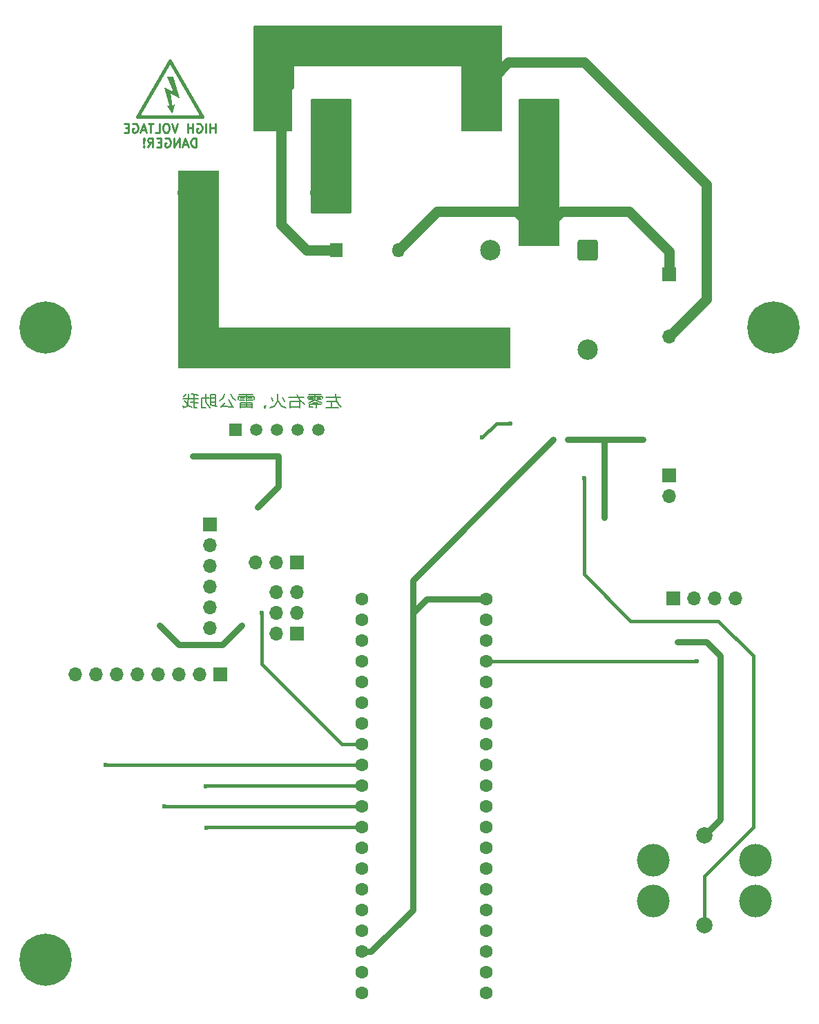
<source format=gbl>
%TF.GenerationSoftware,KiCad,Pcbnew,9.0.0*%
%TF.CreationDate,2025-03-24T10:31:21+08:00*%
%TF.ProjectId,IntelliChargingPile,496e7465-6c6c-4694-9368-617267696e67,rev?*%
%TF.SameCoordinates,Original*%
%TF.FileFunction,Copper,L2,Bot*%
%TF.FilePolarity,Positive*%
%FSLAX46Y46*%
G04 Gerber Fmt 4.6, Leading zero omitted, Abs format (unit mm)*
G04 Created by KiCad (PCBNEW 9.0.0) date 2025-03-24 10:31:21*
%MOMM*%
%LPD*%
G01*
G04 APERTURE LIST*
G04 Aperture macros list*
%AMRoundRect*
0 Rectangle with rounded corners*
0 $1 Rounding radius*
0 $2 $3 $4 $5 $6 $7 $8 $9 X,Y pos of 4 corners*
0 Add a 4 corners polygon primitive as box body*
4,1,4,$2,$3,$4,$5,$6,$7,$8,$9,$2,$3,0*
0 Add four circle primitives for the rounded corners*
1,1,$1+$1,$2,$3*
1,1,$1+$1,$4,$5*
1,1,$1+$1,$6,$7*
1,1,$1+$1,$8,$9*
0 Add four rect primitives between the rounded corners*
20,1,$1+$1,$2,$3,$4,$5,0*
20,1,$1+$1,$4,$5,$6,$7,0*
20,1,$1+$1,$6,$7,$8,$9,0*
20,1,$1+$1,$8,$9,$2,$3,0*%
G04 Aperture macros list end*
%ADD10C,0.192500*%
%TA.AperFunction,NonConductor*%
%ADD11C,0.192500*%
%TD*%
%ADD12C,0.275000*%
%TA.AperFunction,NonConductor*%
%ADD13C,0.275000*%
%TD*%
%TA.AperFunction,EtchedComponent*%
%ADD14C,0.400000*%
%TD*%
%TA.AperFunction,EtchedComponent*%
%ADD15C,0.200000*%
%TD*%
%TA.AperFunction,EtchedComponent*%
%ADD16C,0.381000*%
%TD*%
%TA.AperFunction,EtchedComponent*%
%ADD17C,0.100000*%
%TD*%
%TA.AperFunction,ComponentPad*%
%ADD18C,6.400000*%
%TD*%
%TA.AperFunction,ComponentPad*%
%ADD19C,0.800000*%
%TD*%
%TA.AperFunction,ComponentPad*%
%ADD20R,1.700000X1.700000*%
%TD*%
%TA.AperFunction,ComponentPad*%
%ADD21O,1.700000X1.700000*%
%TD*%
%TA.AperFunction,ComponentPad*%
%ADD22R,1.500000X1.500000*%
%TD*%
%TA.AperFunction,ComponentPad*%
%ADD23C,1.500000*%
%TD*%
%TA.AperFunction,ComponentPad*%
%ADD24O,1.500000X1.778000*%
%TD*%
%TA.AperFunction,ComponentPad*%
%ADD25R,1.500000X1.778000*%
%TD*%
%TA.AperFunction,ComponentPad*%
%ADD26C,5.080000*%
%TD*%
%TA.AperFunction,ComponentPad*%
%ADD27RoundRect,0.250000X0.650000X1.550000X-0.650000X1.550000X-0.650000X-1.550000X0.650000X-1.550000X0*%
%TD*%
%TA.AperFunction,ComponentPad*%
%ADD28O,1.800000X3.600000*%
%TD*%
%TA.AperFunction,ComponentPad*%
%ADD29C,1.600000*%
%TD*%
%TA.AperFunction,ComponentPad*%
%ADD30C,4.000000*%
%TD*%
%TA.AperFunction,ComponentPad*%
%ADD31C,2.000000*%
%TD*%
%TA.AperFunction,ComponentPad*%
%ADD32C,2.500000*%
%TD*%
%TA.AperFunction,ComponentPad*%
%ADD33RoundRect,0.250000X-1.000000X1.000000X-1.000000X-1.000000X1.000000X-1.000000X1.000000X1.000000X0*%
%TD*%
%TA.AperFunction,ViaPad*%
%ADD34C,0.600000*%
%TD*%
%TA.AperFunction,Conductor*%
%ADD35C,0.762000*%
%TD*%
%TA.AperFunction,Conductor*%
%ADD36C,0.381000*%
%TD*%
%TA.AperFunction,Conductor*%
%ADD37C,1.270000*%
%TD*%
G04 APERTURE END LIST*
D10*
D11*
X86179998Y-75033323D02*
X84346664Y-75033323D01*
X85886664Y-76353323D02*
X84346664Y-76353323D01*
X85666664Y-75546656D02*
X84493331Y-75546656D01*
X85079998Y-75546656D02*
X85079998Y-76353323D01*
X85519998Y-74666656D02*
X85666664Y-75473323D01*
X85666664Y-75473323D02*
X85959998Y-75986656D01*
X85959998Y-75986656D02*
X86253331Y-76279990D01*
X83906665Y-74959990D02*
X83906665Y-75179990D01*
X83759998Y-74739990D02*
X82293331Y-74739990D01*
X83759998Y-75326656D02*
X83246665Y-75326656D01*
X83686665Y-75106656D02*
X83246665Y-75106656D01*
X83319998Y-75693323D02*
X82733331Y-75693323D01*
X83173331Y-75913323D02*
X83173331Y-76353323D01*
X83026665Y-75399990D02*
X83833331Y-75766656D01*
X83026665Y-75399990D02*
X82219998Y-75766656D01*
X83026665Y-74739990D02*
X83026665Y-75253323D01*
X82806665Y-75326656D02*
X82293331Y-75326656D01*
X82806665Y-75106656D02*
X82366665Y-75106656D01*
X82733331Y-76279990D02*
X82366665Y-76279990D01*
X83906665Y-74959990D02*
X82146665Y-74959990D01*
X82146665Y-74959990D02*
X82146665Y-75179990D01*
X83759998Y-75913323D02*
X82366665Y-75913323D01*
X82366665Y-75913323D02*
X82366665Y-76206656D01*
X81633332Y-75033323D02*
X79799998Y-75033323D01*
X81193332Y-76279990D02*
X79946665Y-76279990D01*
X81193332Y-75473323D02*
X81193332Y-76353323D01*
X81193332Y-75399990D02*
X81706665Y-75913323D01*
X80826665Y-74739990D02*
X81266665Y-75546656D01*
X81266665Y-75546656D02*
X79946665Y-75546656D01*
X79946665Y-75546656D02*
X79946665Y-76353323D01*
X79066665Y-75033323D02*
X79286665Y-75546656D01*
X77673332Y-75033323D02*
X77893332Y-75473323D01*
X78479999Y-75399990D02*
X78699999Y-75839990D01*
X78699999Y-75839990D02*
X78993332Y-76133323D01*
X78993332Y-76133323D02*
X79433332Y-76353323D01*
X78479999Y-74666656D02*
X78479999Y-75473323D01*
X78479999Y-75473323D02*
X78259999Y-75839990D01*
X78259999Y-75839990D02*
X78039999Y-76133323D01*
X78039999Y-76133323D02*
X77526665Y-76353323D01*
X76866666Y-76133323D02*
X76866666Y-76353323D01*
X76866666Y-76353323D02*
X76939999Y-76426656D01*
X76939999Y-76059990D02*
X76866666Y-76133323D01*
X76866666Y-76133323D02*
X76939999Y-76206656D01*
X76939999Y-76206656D02*
X77013332Y-76133323D01*
X77013332Y-76133323D02*
X76939999Y-76059990D01*
X76939999Y-76059990D02*
X76939999Y-76206656D01*
X75546666Y-74959990D02*
X75546666Y-75326656D01*
X75399999Y-74739990D02*
X73713333Y-74739990D01*
X75399999Y-75399990D02*
X74813333Y-75399990D01*
X75326666Y-76279990D02*
X73859999Y-76279990D01*
X75326666Y-75986656D02*
X73859999Y-75986656D01*
X75326666Y-75693323D02*
X75326666Y-76353323D01*
X75326666Y-75179990D02*
X74813333Y-75179990D01*
X74593333Y-75693323D02*
X74593333Y-76279990D01*
X74593333Y-74739990D02*
X74593333Y-75473323D01*
X74373333Y-75399990D02*
X73786666Y-75399990D01*
X74373333Y-75179990D02*
X73859999Y-75179990D01*
X75546666Y-74959990D02*
X73639999Y-74959990D01*
X73639999Y-74959990D02*
X73639999Y-75326656D01*
X75326666Y-75693323D02*
X73859999Y-75693323D01*
X73859999Y-75693323D02*
X73859999Y-76353323D01*
X73053333Y-76279990D02*
X71660000Y-76133323D01*
X72466666Y-75326656D02*
X72906666Y-76279990D01*
X72026666Y-75766656D02*
X71513333Y-76279990D01*
X72686666Y-74666656D02*
X72833333Y-74959990D01*
X72833333Y-74959990D02*
X72980000Y-75179990D01*
X72980000Y-75179990D02*
X73273333Y-75399990D01*
X71953333Y-74666656D02*
X71880000Y-74959990D01*
X71880000Y-74959990D02*
X71660000Y-75253323D01*
X71660000Y-75253323D02*
X71366666Y-75473323D01*
X71000000Y-76133323D02*
X70193333Y-75986656D01*
X70853333Y-74739990D02*
X70853333Y-76133323D01*
X70853333Y-75619990D02*
X70193333Y-75619990D01*
X70853333Y-75179990D02*
X70193333Y-75179990D01*
X69606667Y-76353323D02*
X69240000Y-76353323D01*
X70853333Y-74739990D02*
X70193333Y-74739990D01*
X70193333Y-74739990D02*
X70193333Y-75986656D01*
X70046667Y-75106656D02*
X69093333Y-75106656D01*
X69093333Y-75106656D02*
X69093333Y-75839990D01*
X69093333Y-75839990D02*
X69166667Y-76353323D01*
X69606667Y-74593323D02*
X69606667Y-75253323D01*
X69606667Y-75253323D02*
X69680000Y-75619990D01*
X69680000Y-75619990D02*
X69900000Y-75986656D01*
X69900000Y-75986656D02*
X70120000Y-76353323D01*
X68726667Y-75253323D02*
X66820000Y-75253323D01*
X68580000Y-76353323D02*
X68213334Y-76353323D01*
X68213334Y-74739990D02*
X68213334Y-76353323D01*
X67846667Y-74666656D02*
X68726667Y-74813323D01*
X67773334Y-75619990D02*
X68726667Y-75766656D01*
X67260000Y-74666656D02*
X66966667Y-74959990D01*
X67040000Y-75473323D02*
X67626667Y-76133323D01*
X67626667Y-76133323D02*
X67920000Y-76206656D01*
X67553334Y-74593323D02*
X67553334Y-75106656D01*
X67553334Y-75106656D02*
X67333334Y-76133323D01*
X67333334Y-76133323D02*
X66893334Y-76353323D01*
X66893334Y-76353323D02*
X66820000Y-76059990D01*
D12*
D13*
X70802380Y-42609111D02*
X70802380Y-41509111D01*
X70802380Y-42032921D02*
X70173808Y-42032921D01*
X70173808Y-42609111D02*
X70173808Y-41509111D01*
X69649999Y-42609111D02*
X69649999Y-41509111D01*
X68549998Y-41561492D02*
X68654760Y-41509111D01*
X68654760Y-41509111D02*
X68811903Y-41509111D01*
X68811903Y-41509111D02*
X68969046Y-41561492D01*
X68969046Y-41561492D02*
X69073808Y-41666254D01*
X69073808Y-41666254D02*
X69126189Y-41771016D01*
X69126189Y-41771016D02*
X69178570Y-41980540D01*
X69178570Y-41980540D02*
X69178570Y-42137683D01*
X69178570Y-42137683D02*
X69126189Y-42347207D01*
X69126189Y-42347207D02*
X69073808Y-42451969D01*
X69073808Y-42451969D02*
X68969046Y-42556731D01*
X68969046Y-42556731D02*
X68811903Y-42609111D01*
X68811903Y-42609111D02*
X68707141Y-42609111D01*
X68707141Y-42609111D02*
X68549998Y-42556731D01*
X68549998Y-42556731D02*
X68497617Y-42504350D01*
X68497617Y-42504350D02*
X68497617Y-42137683D01*
X68497617Y-42137683D02*
X68707141Y-42137683D01*
X68026189Y-42609111D02*
X68026189Y-41509111D01*
X68026189Y-42032921D02*
X67397617Y-42032921D01*
X67397617Y-42609111D02*
X67397617Y-41509111D01*
X66192856Y-41509111D02*
X65826189Y-42609111D01*
X65826189Y-42609111D02*
X65459522Y-41509111D01*
X64883332Y-41509111D02*
X64673808Y-41509111D01*
X64673808Y-41509111D02*
X64569046Y-41561492D01*
X64569046Y-41561492D02*
X64464284Y-41666254D01*
X64464284Y-41666254D02*
X64411903Y-41875778D01*
X64411903Y-41875778D02*
X64411903Y-42242445D01*
X64411903Y-42242445D02*
X64464284Y-42451969D01*
X64464284Y-42451969D02*
X64569046Y-42556731D01*
X64569046Y-42556731D02*
X64673808Y-42609111D01*
X64673808Y-42609111D02*
X64883332Y-42609111D01*
X64883332Y-42609111D02*
X64988094Y-42556731D01*
X64988094Y-42556731D02*
X65092856Y-42451969D01*
X65092856Y-42451969D02*
X65145237Y-42242445D01*
X65145237Y-42242445D02*
X65145237Y-41875778D01*
X65145237Y-41875778D02*
X65092856Y-41666254D01*
X65092856Y-41666254D02*
X64988094Y-41561492D01*
X64988094Y-41561492D02*
X64883332Y-41509111D01*
X63416665Y-42609111D02*
X63940475Y-42609111D01*
X63940475Y-42609111D02*
X63940475Y-41509111D01*
X63207142Y-41509111D02*
X62578570Y-41509111D01*
X62892856Y-42609111D02*
X62892856Y-41509111D01*
X62264285Y-42294826D02*
X61740475Y-42294826D01*
X62369047Y-42609111D02*
X62002380Y-41509111D01*
X62002380Y-41509111D02*
X61635713Y-42609111D01*
X60692856Y-41561492D02*
X60797618Y-41509111D01*
X60797618Y-41509111D02*
X60954761Y-41509111D01*
X60954761Y-41509111D02*
X61111904Y-41561492D01*
X61111904Y-41561492D02*
X61216666Y-41666254D01*
X61216666Y-41666254D02*
X61269047Y-41771016D01*
X61269047Y-41771016D02*
X61321428Y-41980540D01*
X61321428Y-41980540D02*
X61321428Y-42137683D01*
X61321428Y-42137683D02*
X61269047Y-42347207D01*
X61269047Y-42347207D02*
X61216666Y-42451969D01*
X61216666Y-42451969D02*
X61111904Y-42556731D01*
X61111904Y-42556731D02*
X60954761Y-42609111D01*
X60954761Y-42609111D02*
X60849999Y-42609111D01*
X60849999Y-42609111D02*
X60692856Y-42556731D01*
X60692856Y-42556731D02*
X60640475Y-42504350D01*
X60640475Y-42504350D02*
X60640475Y-42137683D01*
X60640475Y-42137683D02*
X60849999Y-42137683D01*
X60169047Y-42032921D02*
X59802380Y-42032921D01*
X59645237Y-42609111D02*
X60169047Y-42609111D01*
X60169047Y-42609111D02*
X60169047Y-41509111D01*
X60169047Y-41509111D02*
X59645237Y-41509111D01*
X68445238Y-44380049D02*
X68445238Y-43280049D01*
X68445238Y-43280049D02*
X68183333Y-43280049D01*
X68183333Y-43280049D02*
X68026190Y-43332430D01*
X68026190Y-43332430D02*
X67921428Y-43437192D01*
X67921428Y-43437192D02*
X67869047Y-43541954D01*
X67869047Y-43541954D02*
X67816666Y-43751478D01*
X67816666Y-43751478D02*
X67816666Y-43908621D01*
X67816666Y-43908621D02*
X67869047Y-44118145D01*
X67869047Y-44118145D02*
X67921428Y-44222907D01*
X67921428Y-44222907D02*
X68026190Y-44327669D01*
X68026190Y-44327669D02*
X68183333Y-44380049D01*
X68183333Y-44380049D02*
X68445238Y-44380049D01*
X67397619Y-44065764D02*
X66873809Y-44065764D01*
X67502381Y-44380049D02*
X67135714Y-43280049D01*
X67135714Y-43280049D02*
X66769047Y-44380049D01*
X66402381Y-44380049D02*
X66402381Y-43280049D01*
X66402381Y-43280049D02*
X65773809Y-44380049D01*
X65773809Y-44380049D02*
X65773809Y-43280049D01*
X64673809Y-43332430D02*
X64778571Y-43280049D01*
X64778571Y-43280049D02*
X64935714Y-43280049D01*
X64935714Y-43280049D02*
X65092857Y-43332430D01*
X65092857Y-43332430D02*
X65197619Y-43437192D01*
X65197619Y-43437192D02*
X65250000Y-43541954D01*
X65250000Y-43541954D02*
X65302381Y-43751478D01*
X65302381Y-43751478D02*
X65302381Y-43908621D01*
X65302381Y-43908621D02*
X65250000Y-44118145D01*
X65250000Y-44118145D02*
X65197619Y-44222907D01*
X65197619Y-44222907D02*
X65092857Y-44327669D01*
X65092857Y-44327669D02*
X64935714Y-44380049D01*
X64935714Y-44380049D02*
X64830952Y-44380049D01*
X64830952Y-44380049D02*
X64673809Y-44327669D01*
X64673809Y-44327669D02*
X64621428Y-44275288D01*
X64621428Y-44275288D02*
X64621428Y-43908621D01*
X64621428Y-43908621D02*
X64830952Y-43908621D01*
X64150000Y-43803859D02*
X63783333Y-43803859D01*
X63626190Y-44380049D02*
X64150000Y-44380049D01*
X64150000Y-44380049D02*
X64150000Y-43280049D01*
X64150000Y-43280049D02*
X63626190Y-43280049D01*
X62526190Y-44380049D02*
X62892857Y-43856240D01*
X63154762Y-44380049D02*
X63154762Y-43280049D01*
X63154762Y-43280049D02*
X62735714Y-43280049D01*
X62735714Y-43280049D02*
X62630952Y-43332430D01*
X62630952Y-43332430D02*
X62578571Y-43384811D01*
X62578571Y-43384811D02*
X62526190Y-43489573D01*
X62526190Y-43489573D02*
X62526190Y-43646716D01*
X62526190Y-43646716D02*
X62578571Y-43751478D01*
X62578571Y-43751478D02*
X62630952Y-43803859D01*
X62630952Y-43803859D02*
X62735714Y-43856240D01*
X62735714Y-43856240D02*
X63154762Y-43856240D01*
X62054762Y-44275288D02*
X62002381Y-44327669D01*
X62002381Y-44327669D02*
X62054762Y-44380049D01*
X62054762Y-44380049D02*
X62107143Y-44327669D01*
X62107143Y-44327669D02*
X62054762Y-44275288D01*
X62054762Y-44275288D02*
X62054762Y-44380049D01*
X62054762Y-43961002D02*
X62107143Y-43332430D01*
X62107143Y-43332430D02*
X62054762Y-43280049D01*
X62054762Y-43280049D02*
X62002381Y-43332430D01*
X62002381Y-43332430D02*
X62054762Y-43961002D01*
X62054762Y-43961002D02*
X62054762Y-43280049D01*
D14*
%TO.C,REF\u002A\u002A*%
X61250000Y-40710000D02*
X69250000Y-40710000D01*
D15*
X61740000Y-40690000D02*
X61473678Y-40280736D01*
D16*
X65250000Y-33790000D02*
X61250000Y-40710000D01*
D15*
X65382899Y-37729099D02*
X65137101Y-37930901D01*
X65400000Y-34210000D02*
X65090000Y-34210000D01*
X65590000Y-39345000D02*
X65080000Y-39435000D01*
X65700000Y-37465000D02*
X65490000Y-37690000D01*
X68760000Y-40690000D02*
X69026322Y-40280736D01*
D16*
X69250000Y-40710000D02*
X65250000Y-33790000D01*
D17*
X66332083Y-38332083D02*
X65211573Y-37735448D01*
X65488062Y-39467146D01*
X65720896Y-39147000D01*
X65502615Y-40194750D01*
X64905979Y-39307073D01*
X65240677Y-39510802D01*
X64585833Y-37124260D01*
X65750000Y-37750000D01*
X64891427Y-35756364D01*
X65604479Y-35756364D01*
X66332083Y-38332083D01*
%TA.AperFunction,EtchedComponent*%
G36*
X66332083Y-38332083D02*
G01*
X65211573Y-37735448D01*
X65488062Y-39467146D01*
X65720896Y-39147000D01*
X65502615Y-40194750D01*
X64905979Y-39307073D01*
X65240677Y-39510802D01*
X64585833Y-37124260D01*
X65750000Y-37750000D01*
X64891427Y-35756364D01*
X65604479Y-35756364D01*
X66332083Y-38332083D01*
G37*
%TD.AperFunction*%
%TD*%
D18*
%TO.P,REF\u002A\u002A,1*%
%TO.N,N/C*%
X139250000Y-66500000D03*
D19*
X136850000Y-66500000D03*
X137552944Y-64802944D03*
X137552944Y-68197056D03*
X139250000Y-64100000D03*
X139250000Y-68900000D03*
X140947056Y-64802944D03*
X140947056Y-68197056D03*
X141650000Y-66500000D03*
%TD*%
D20*
%TO.P,U3,1,SDA*%
%TO.N,/RC_CS*%
X71390000Y-109000000D03*
D21*
%TO.P,U3,2,SCK*%
%TO.N,/RC_SCK*%
X68850000Y-109000000D03*
%TO.P,U3,3,MOSI*%
%TO.N,/RC_MOSI*%
X66310000Y-109000000D03*
%TO.P,U3,4,MISO*%
%TO.N,/RC_MISO*%
X63770000Y-109000000D03*
%TO.P,U3,5,IRQ*%
%TO.N,unconnected-(U3-IRQ-Pad5)*%
X61230000Y-109000000D03*
%TO.P,U3,6,GND*%
%TO.N,GND*%
X58690000Y-109000000D03*
%TO.P,U3,7,RST*%
%TO.N,/RC_RST*%
X56150000Y-109000000D03*
%TO.P,U3,8,3v3*%
%TO.N,3V3*%
X53610000Y-109000000D03*
%TD*%
D18*
%TO.P,REF\u002A\u002A,1*%
%TO.N,N/C*%
X50000000Y-144000000D03*
D19*
X47600000Y-144000000D03*
X48302944Y-142302944D03*
X48302944Y-145697056D03*
X50000000Y-141600000D03*
X50000000Y-146400000D03*
X51697056Y-142302944D03*
X51697056Y-145697056D03*
X52400000Y-144000000D03*
%TD*%
D18*
%TO.P,REF\u002A\u002A,1*%
%TO.N,N/C*%
X50000000Y-66500000D03*
D19*
X47600000Y-66500000D03*
X48302944Y-64802944D03*
X48302944Y-68197056D03*
X50000000Y-64100000D03*
X50000000Y-68900000D03*
X51697056Y-64802944D03*
X51697056Y-68197056D03*
X52400000Y-66500000D03*
%TD*%
D20*
%TO.P,T1,1,AC/L*%
%TO.N,L*%
X126467500Y-60000000D03*
D21*
%TO.P,T1,2,AC/N*%
%TO.N,N*%
X126467500Y-67600000D03*
%TO.P,T1,3,Vout+*%
%TO.N,5V*%
X126467500Y-87200000D03*
D20*
%TO.P,T1,4,Vout-*%
%TO.N,GND*%
X126467500Y-84660000D03*
%TD*%
D22*
%TO.P,U2,1,PF*%
%TO.N,unconnected-(U2-PF-Pad1)*%
X73292700Y-79000000D03*
D23*
%TO.P,U2,2,TX*%
%TO.N,/IM_TX*%
X75832700Y-79000000D03*
%TO.P,U2,3,RX*%
%TO.N,/IM_RX*%
X78372700Y-79000000D03*
%TO.P,U2,4,VCC*%
%TO.N,5V*%
X80912700Y-79000000D03*
%TO.P,U2,5,GND*%
%TO.N,GND*%
X83452700Y-79000000D03*
D24*
%TO.P,U2,6,VL*%
%TO.N,L*%
X93231700Y-57029000D03*
D25*
%TO.P,U2,7,VN*%
%TO.N,N*%
X85611700Y-57029000D03*
D26*
%TO.P,U2,8,YIN*%
%TO.N,/LOAD_IN*%
X68695300Y-49955800D03*
%TO.P,U2,9,YOUT*%
%TO.N,/LOAD_OUT*%
X84952500Y-49955800D03*
%TD*%
D27*
%TO.P,J1,1,Pin_1*%
%TO.N,L*%
X109485000Y-40432500D03*
D28*
%TO.P,J1,2,Pin_2*%
%TO.N,N*%
X104405000Y-40432500D03*
%TD*%
D27*
%TO.P,J2,1,Pin_1*%
%TO.N,/LOAD_OUT*%
X83985000Y-40432500D03*
D28*
%TO.P,J2,2,Pin_2*%
%TO.N,N*%
X78905000Y-40432500D03*
%TD*%
D20*
%TO.P,U5,1,IO_0*%
%TO.N,unconnected-(U5-IO_0-Pad1)*%
X70180000Y-90650000D03*
D21*
%TO.P,U5,2,RST*%
%TO.N,/ESP_RST*%
X70180000Y-93190000D03*
%TO.P,U5,3,RXD*%
%TO.N,/ESP_RX*%
X70180000Y-95730000D03*
%TO.P,U5,4,TXD*%
%TO.N,/ESP_TX*%
X70180000Y-98270000D03*
%TO.P,U5,5,GND*%
%TO.N,GND*%
X70180000Y-100810000D03*
%TO.P,U5,6,VCC*%
%TO.N,5V*%
X70180000Y-103350000D03*
%TD*%
D29*
%TO.P,U1,1,PB12*%
%TO.N,unconnected-(U1-PB12-Pad1)*%
X104000000Y-148060000D03*
%TO.P,U1,2,PB13*%
%TO.N,/KEY4*%
X104000000Y-145520000D03*
%TO.P,U1,3,PB14*%
%TO.N,/KEY3*%
X104000000Y-142980000D03*
%TO.P,U1,4,PB15*%
%TO.N,/KEY2*%
X104000000Y-140440000D03*
%TO.P,U1,5,PA8*%
%TO.N,/KEY1*%
X104000000Y-137900000D03*
%TO.P,U1,6,PA9*%
%TO.N,/IM_RX*%
X104000000Y-135360000D03*
%TO.P,U1,7,PA10*%
%TO.N,/IM_TX*%
X104000000Y-132820000D03*
%TO.P,U1,8,PA11*%
%TO.N,unconnected-(U1-PA11-Pad8)*%
X104000000Y-130280000D03*
%TO.P,U1,9,PA12*%
%TO.N,unconnected-(U1-PA12-Pad9)*%
X104000000Y-127740000D03*
%TO.P,U1,10,PA15*%
%TO.N,unconnected-(U1-PA15-Pad10)*%
X104000000Y-125200000D03*
%TO.P,U1,11,PB3*%
%TO.N,unconnected-(U1-PB3-Pad11)*%
X104000000Y-122660000D03*
%TO.P,U1,12,PB4*%
%TO.N,unconnected-(U1-PB4-Pad12)*%
X104000000Y-120120000D03*
%TO.P,U1,13,PB5*%
%TO.N,unconnected-(U1-PB5-Pad13)*%
X104000000Y-117580000D03*
%TO.P,U1,14,PB6*%
%TO.N,unconnected-(U1-PB6-Pad14)*%
X104000000Y-115040000D03*
%TO.P,U1,15,PB7*%
%TO.N,/RELAY1*%
X104000000Y-112500000D03*
%TO.P,U1,16,PB8*%
%TO.N,/OLED_SCL*%
X104000000Y-109960000D03*
%TO.P,U1,17,PB9*%
%TO.N,/OLED_SDA*%
X104000000Y-107420000D03*
%TO.P,U1,18,+5V*%
%TO.N,5V*%
X104000000Y-104880000D03*
%TO.P,U1,19,GND*%
%TO.N,GND*%
X104000000Y-102340000D03*
%TO.P,U1,20,+3.3V*%
%TO.N,3V3*%
X104000000Y-99800000D03*
%TO.P,U1,21,VBAT*%
%TO.N,unconnected-(U1-VBAT-Pad21)*%
X88760000Y-99800000D03*
%TO.P,U1,22,PC13*%
%TO.N,unconnected-(U1-PC13-Pad22)*%
X88760000Y-102340000D03*
%TO.P,U1,23,PC14*%
%TO.N,unconnected-(U1-PC14-Pad23)*%
X88760000Y-104880000D03*
%TO.P,U1,24,PC15*%
%TO.N,unconnected-(U1-PC15-Pad24)*%
X88760000Y-107420000D03*
%TO.P,U1,25,PA0*%
%TO.N,unconnected-(U1-PA0-Pad25)*%
X88760000Y-109960000D03*
%TO.P,U1,26,PA1*%
%TO.N,unconnected-(U1-PA1-Pad26)*%
X88760000Y-112500000D03*
%TO.P,U1,27,PA2*%
%TO.N,/UART2_TX*%
X88760000Y-115040000D03*
%TO.P,U1,28,PA3*%
%TO.N,/UART2_RX*%
X88760000Y-117580000D03*
%TO.P,U1,29,PA4*%
%TO.N,/RC_RST*%
X88760000Y-120120000D03*
%TO.P,U1,30,PA5*%
%TO.N,/RC_SCK*%
X88760000Y-122660000D03*
%TO.P,U1,31,PA6*%
%TO.N,/RC_MISO*%
X88760000Y-125200000D03*
%TO.P,U1,32,PA7*%
%TO.N,/RC_MOSI*%
X88760000Y-127740000D03*
%TO.P,U1,33,PB0*%
%TO.N,/RC_CS*%
X88760000Y-130280000D03*
%TO.P,U1,34,PB1*%
%TO.N,unconnected-(U1-PB1-Pad34)*%
X88760000Y-132820000D03*
%TO.P,U1,35,PB10*%
%TO.N,unconnected-(U1-PB10-Pad35)*%
X88760000Y-135360000D03*
%TO.P,U1,36,PB11*%
%TO.N,unconnected-(U1-PB11-Pad36)*%
X88760000Y-137900000D03*
%TO.P,U1,37,RESET*%
%TO.N,unconnected-(U1-RESET-Pad37)*%
X88760000Y-140440000D03*
%TO.P,U1,38,+3.3V*%
%TO.N,3V3*%
X88760000Y-142980000D03*
%TO.P,U1,39,GND*%
%TO.N,GND*%
X88760000Y-145520000D03*
%TO.P,U1,40,GND*%
X88760000Y-148060000D03*
%TD*%
D30*
%TO.P,SW1,1,1*%
%TO.N,/KEY1*%
X124500000Y-131750000D03*
%TO.P,SW1,2,2*%
%TO.N,unconnected-(SW1-Pad2)*%
X137000000Y-131750000D03*
%TO.P,SW1,3,1*%
%TO.N,GND*%
X124500000Y-136750000D03*
%TO.P,SW1,4,2*%
%TO.N,unconnected-(SW1-2-Pad4)*%
X137000000Y-136750000D03*
D31*
%TO.P,SW1,5,K*%
%TO.N,Net-(SW1-K)*%
X130750000Y-139750000D03*
%TO.P,SW1,6,A*%
%TO.N,5V*%
X130750000Y-128750000D03*
%TD*%
D20*
%TO.P,J3,1*%
%TO.N,/ESP_RX*%
X80802000Y-104008000D03*
D21*
%TO.P,J3,2*%
%TO.N,/ESP_TX*%
X78262000Y-104008000D03*
%TO.P,J3,3*%
%TO.N,/UART2_TX*%
X80802000Y-101468000D03*
%TO.P,J3,4*%
%TO.N,/UART2_RX*%
X78262000Y-101468000D03*
%TO.P,J3,5*%
%TO.N,/JP_TX*%
X80802000Y-98928000D03*
%TO.P,J3,6*%
%TO.N,/JP_RX*%
X78262000Y-98928000D03*
%TD*%
D20*
%TO.P,U4,1,GND*%
%TO.N,GND*%
X126940000Y-99700000D03*
D21*
%TO.P,U4,2,VCC*%
%TO.N,5V*%
X129480000Y-99700000D03*
%TO.P,U4,3,SCL*%
%TO.N,/OLED_SCL*%
X132020000Y-99700000D03*
%TO.P,U4,4,SDA*%
%TO.N,/OLED_SDA*%
X134560000Y-99700000D03*
%TD*%
D32*
%TO.P,K1,11*%
%TO.N,L*%
X110500000Y-55000000D03*
%TO.P,K1,12*%
%TO.N,unconnected-(K1-Pad12)*%
X116500000Y-69200000D03*
%TO.P,K1,14*%
%TO.N,/LOAD_IN*%
X104500000Y-69200000D03*
D33*
%TO.P,K1,A1*%
%TO.N,5V*%
X116500000Y-57000000D03*
D32*
%TO.P,K1,A2*%
%TO.N,Net-(D1-A)*%
X104500000Y-57000000D03*
%TD*%
D20*
%TO.P,J4,1*%
%TO.N,/JP_TX*%
X80802000Y-95250000D03*
D21*
%TO.P,J4,2*%
%TO.N,/JP_RX*%
X78262000Y-95250000D03*
%TO.P,J4,3*%
%TO.N,GND*%
X75722000Y-95250000D03*
%TD*%
D34*
%TO.N,GND*%
X64000000Y-103000000D03*
X74000000Y-103000000D03*
X68000000Y-82250000D03*
X118500000Y-80250000D03*
X76000000Y-88500000D03*
X123250000Y-80250000D03*
X78500000Y-82250000D03*
X114000000Y-80250000D03*
X118500000Y-89750000D03*
%TO.N,5V*%
X127500000Y-105000000D03*
%TO.N,/RC_MISO*%
X64600000Y-125200000D03*
%TO.N,/RC_SCK*%
X69600000Y-122700000D03*
%TO.N,/RC_RST*%
X57400000Y-120100000D03*
%TO.N,/RC_MOSI*%
X69700000Y-127800000D03*
%TO.N,/OLED_SDA*%
X129800000Y-107400000D03*
%TO.N,Net-(OC1-Pad1)*%
X107000000Y-78250000D03*
X103499644Y-80000356D03*
%TO.N,3V3*%
X112250000Y-80250000D03*
%TO.N,Net-(SW1-K)*%
X116000000Y-85000000D03*
%TO.N,/UART2_RX*%
X76500000Y-101468000D03*
%TD*%
D35*
%TO.N,GND*%
X64000000Y-103000000D02*
X66344000Y-105344000D01*
X66344000Y-105344000D02*
X71656000Y-105344000D01*
X71656000Y-105344000D02*
X74000000Y-103000000D01*
%TO.N,3V3*%
X95000000Y-137871370D02*
X95000000Y-101500000D01*
X96700000Y-99800000D02*
X95000000Y-101500000D01*
X104000000Y-99800000D02*
X96700000Y-99800000D01*
X88760000Y-142980000D02*
X89891370Y-142980000D01*
X89891370Y-142980000D02*
X95000000Y-137871370D01*
X95000000Y-101500000D02*
X95000000Y-97500000D01*
X95000000Y-97500000D02*
X112250000Y-80250000D01*
%TO.N,GND*%
X68000000Y-82250000D02*
X78500000Y-82250000D01*
X118500000Y-80250000D02*
X123250000Y-80250000D01*
X78500000Y-82250000D02*
X78500000Y-86000000D01*
X114000000Y-80250000D02*
X118500000Y-80250000D01*
X118500000Y-80250000D02*
X118500000Y-89750000D01*
X78500000Y-86000000D02*
X76000000Y-88500000D01*
%TO.N,5V*%
X127500000Y-105000000D02*
X131000000Y-105000000D01*
X132750000Y-126750000D02*
X130750000Y-128750000D01*
X132750000Y-106750000D02*
X132750000Y-126750000D01*
X131000000Y-105000000D02*
X132750000Y-106750000D01*
D36*
%TO.N,/RC_MISO*%
X64600000Y-125200000D02*
X88760000Y-125200000D01*
%TO.N,/RC_SCK*%
X69600000Y-122700000D02*
X69640000Y-122660000D01*
X69640000Y-122660000D02*
X88760000Y-122660000D01*
%TO.N,/RC_RST*%
X57420000Y-120120000D02*
X88760000Y-120120000D01*
X57400000Y-120100000D02*
X57420000Y-120120000D01*
D37*
%TO.N,L*%
X93231700Y-57029000D02*
X98010700Y-52250000D01*
X126467500Y-57217500D02*
X121500000Y-52250000D01*
X113250000Y-52250000D02*
X110500000Y-55000000D01*
X98010700Y-52250000D02*
X107750000Y-52250000D01*
X126467500Y-60000000D02*
X126467500Y-57217500D01*
X121500000Y-52250000D02*
X113250000Y-52250000D01*
X107750000Y-52250000D02*
X110500000Y-55000000D01*
%TO.N,N*%
X131000000Y-63067500D02*
X131000000Y-49000000D01*
X104405000Y-36345000D02*
X104405000Y-40432500D01*
X85611700Y-57029000D02*
X82029000Y-57029000D01*
X78905000Y-53905000D02*
X78905000Y-40432500D01*
X131000000Y-49000000D02*
X116000000Y-34000000D01*
X126467500Y-67600000D02*
X131000000Y-63067500D01*
X106750000Y-34000000D02*
X104405000Y-36345000D01*
X82029000Y-57029000D02*
X78905000Y-53905000D01*
X116000000Y-34000000D02*
X106750000Y-34000000D01*
D36*
%TO.N,/RC_MOSI*%
X69760000Y-127740000D02*
X88760000Y-127740000D01*
X69700000Y-127800000D02*
X69760000Y-127740000D01*
%TO.N,/OLED_SDA*%
X129800000Y-107400000D02*
X129780000Y-107420000D01*
X129780000Y-107420000D02*
X104000000Y-107420000D01*
%TO.N,Net-(OC1-Pad1)*%
X105250000Y-78250000D02*
X107000000Y-78250000D01*
X103499644Y-80000356D02*
X105250000Y-78250000D01*
%TO.N,Net-(SW1-K)*%
X136750000Y-106750000D02*
X132500000Y-102500000D01*
X132500000Y-102500000D02*
X121750000Y-102500000D01*
X130750000Y-139750000D02*
X130750000Y-133750000D01*
X130750000Y-133750000D02*
X136750000Y-127750000D01*
X121750000Y-102500000D02*
X116000000Y-96750000D01*
X136750000Y-127750000D02*
X136750000Y-106750000D01*
X116000000Y-96750000D02*
X116000000Y-85000000D01*
%TO.N,/UART2_RX*%
X86330000Y-117580000D02*
X88760000Y-117580000D01*
X76500000Y-107750000D02*
X86330000Y-117580000D01*
X76500000Y-101468000D02*
X76500000Y-107750000D01*
%TD*%
%TA.AperFunction,Conductor*%
%TO.N,/LOAD_OUT*%
G36*
X87443039Y-38519685D02*
G01*
X87488794Y-38572489D01*
X87500000Y-38624000D01*
X87500000Y-52376000D01*
X87480315Y-52443039D01*
X87427511Y-52488794D01*
X87376000Y-52500000D01*
X82624000Y-52500000D01*
X82556961Y-52480315D01*
X82511206Y-52427511D01*
X82500000Y-52376000D01*
X82500000Y-38624000D01*
X82519685Y-38556961D01*
X82572489Y-38511206D01*
X82624000Y-38500000D01*
X87376000Y-38500000D01*
X87443039Y-38519685D01*
G37*
%TD.AperFunction*%
%TD*%
%TA.AperFunction,Conductor*%
%TO.N,/LOAD_IN*%
G36*
X71193039Y-47269685D02*
G01*
X71238794Y-47322489D01*
X71250000Y-47374000D01*
X71250000Y-66500000D01*
X106876000Y-66500000D01*
X106943039Y-66519685D01*
X106988794Y-66572489D01*
X107000000Y-66624000D01*
X107000000Y-71376000D01*
X106980315Y-71443039D01*
X106927511Y-71488794D01*
X106876000Y-71500000D01*
X66374000Y-71500000D01*
X66306961Y-71480315D01*
X66261206Y-71427511D01*
X66250000Y-71376000D01*
X66250000Y-47374000D01*
X66269685Y-47306961D01*
X66322489Y-47261206D01*
X66374000Y-47250000D01*
X71126000Y-47250000D01*
X71193039Y-47269685D01*
G37*
%TD.AperFunction*%
%TD*%
%TA.AperFunction,Conductor*%
%TO.N,L*%
G36*
X112943039Y-38519685D02*
G01*
X112988794Y-38572489D01*
X113000000Y-38624000D01*
X113000000Y-56376000D01*
X112980315Y-56443039D01*
X112927511Y-56488794D01*
X112876000Y-56500000D01*
X108124000Y-56500000D01*
X108056961Y-56480315D01*
X108011206Y-56427511D01*
X108000000Y-56376000D01*
X108000000Y-43377816D01*
X108000500Y-43370186D01*
X108000500Y-38624000D01*
X108020185Y-38556961D01*
X108072989Y-38511206D01*
X108124500Y-38500000D01*
X112876000Y-38500000D01*
X112943039Y-38519685D01*
G37*
%TD.AperFunction*%
%TD*%
%TA.AperFunction,Conductor*%
%TO.N,N*%
G36*
X105943039Y-29519685D02*
G01*
X105988794Y-29572489D01*
X106000000Y-29624000D01*
X106000000Y-37622185D01*
X105999500Y-37629815D01*
X105999500Y-42376000D01*
X105979815Y-42443039D01*
X105927011Y-42488794D01*
X105875500Y-42500000D01*
X101124000Y-42500000D01*
X101056961Y-42480315D01*
X101011206Y-42427511D01*
X101000000Y-42376000D01*
X101000000Y-34500000D01*
X80500000Y-34500000D01*
X80500000Y-36994818D01*
X80480315Y-37061857D01*
X80447820Y-37092845D01*
X80449131Y-37094554D01*
X80442689Y-37099496D01*
X80349500Y-37192686D01*
X80283608Y-37306812D01*
X80249500Y-37434108D01*
X80249500Y-42376000D01*
X80229815Y-42443039D01*
X80177011Y-42488794D01*
X80125500Y-42500000D01*
X75624000Y-42500000D01*
X75556961Y-42480315D01*
X75511206Y-42427511D01*
X75500000Y-42376000D01*
X75500000Y-29624000D01*
X75519685Y-29556961D01*
X75572489Y-29511206D01*
X75624000Y-29500000D01*
X105876000Y-29500000D01*
X105943039Y-29519685D01*
G37*
%TD.AperFunction*%
%TD*%
M02*

</source>
